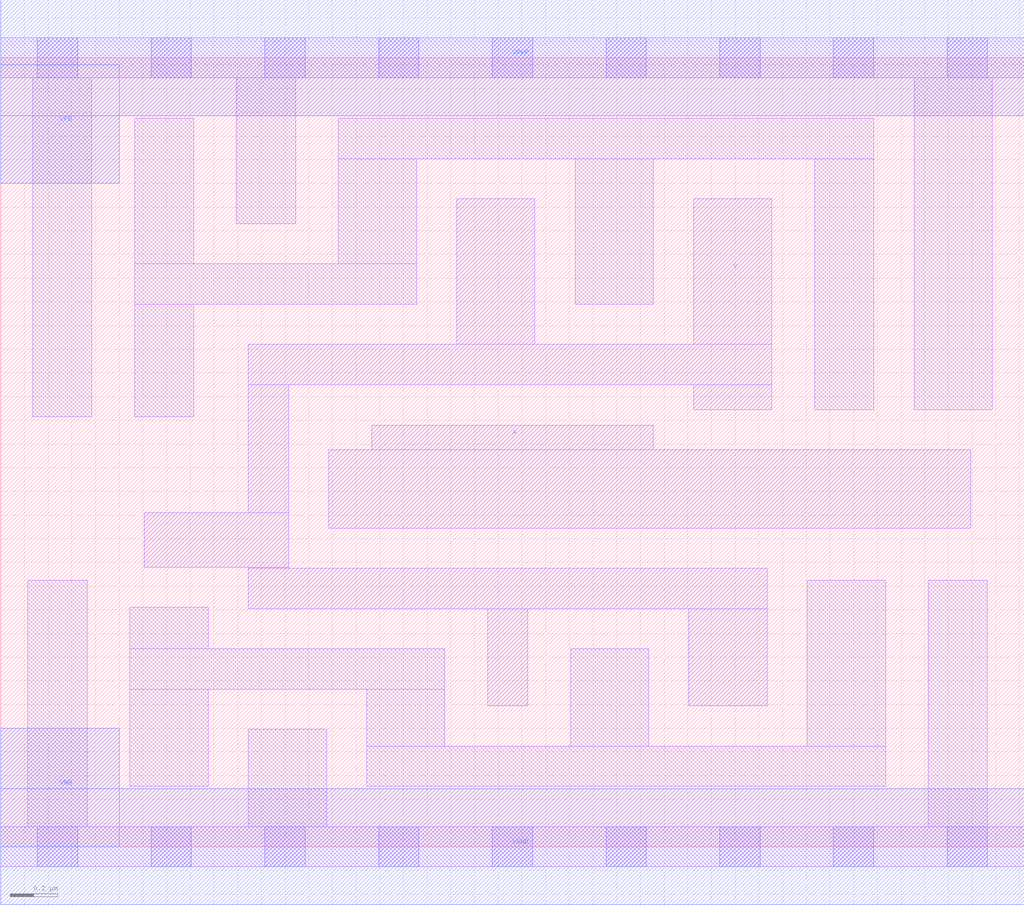
<source format=lef>
# Copyright 2020 The SkyWater PDK Authors
#
# Licensed under the Apache License, Version 2.0 (the "License");
# you may not use this file except in compliance with the License.
# You may obtain a copy of the License at
#
#     https://www.apache.org/licenses/LICENSE-2.0
#
# Unless required by applicable law or agreed to in writing, software
# distributed under the License is distributed on an "AS IS" BASIS,
# WITHOUT WARRANTIES OR CONDITIONS OF ANY KIND, either express or implied.
# See the License for the specific language governing permissions and
# limitations under the License.
#
# SPDX-License-Identifier: Apache-2.0

VERSION 5.5 ;
NAMESCASESENSITIVE ON ;
BUSBITCHARS "[]" ;
DIVIDERCHAR "/" ;
MACRO sky130_fd_sc_lp__invlp_4
  CLASS CORE ;
  SOURCE USER ;
  ORIGIN  0.000000  0.000000 ;
  SIZE  4.320000 BY  3.330000 ;
  SYMMETRY X Y R90 ;
  SITE unit ;
  PIN A
    ANTENNAGATEAREA  2.520000 ;
    DIRECTION INPUT ;
    USE SIGNAL ;
    PORT
      LAYER li1 ;
        RECT 1.385000 1.345000 4.095000 1.675000 ;
        RECT 1.565000 1.675000 2.755000 1.780000 ;
    END
  END A
  PIN Y
    ANTENNADIFFAREA  1.411200 ;
    DIRECTION OUTPUT ;
    USE SIGNAL ;
    PORT
      LAYER li1 ;
        RECT 0.605000 1.180000 1.215000 1.410000 ;
        RECT 1.045000 1.005000 3.235000 1.175000 ;
        RECT 1.045000 1.175000 1.215000 1.180000 ;
        RECT 1.045000 1.410000 1.215000 1.950000 ;
        RECT 1.045000 1.950000 3.255000 2.120000 ;
        RECT 1.925000 2.120000 2.255000 2.735000 ;
        RECT 2.055000 0.595000 2.225000 1.005000 ;
        RECT 2.905000 0.595000 3.235000 1.005000 ;
        RECT 2.925000 1.845000 3.255000 1.950000 ;
        RECT 2.925000 2.120000 3.255000 2.735000 ;
    END
  END Y
  PIN VGND
    DIRECTION INOUT ;
    USE GROUND ;
    PORT
      LAYER met1 ;
        RECT 0.000000 -0.245000 4.320000 0.245000 ;
    END
  END VGND
  PIN VNB
    DIRECTION INOUT ;
    USE GROUND ;
    PORT
      LAYER met1 ;
        RECT 0.000000 0.000000 0.500000 0.500000 ;
    END
  END VNB
  PIN VPB
    DIRECTION INOUT ;
    USE POWER ;
    PORT
      LAYER met1 ;
        RECT 0.000000 2.800000 0.500000 3.300000 ;
    END
  END VPB
  PIN VPWR
    DIRECTION INOUT ;
    USE POWER ;
    PORT
      LAYER met1 ;
        RECT 0.000000 3.085000 4.320000 3.575000 ;
    END
  END VPWR
  OBS
    LAYER li1 ;
      RECT 0.000000 -0.085000 4.320000 0.085000 ;
      RECT 0.000000  3.245000 4.320000 3.415000 ;
      RECT 0.115000  0.085000 0.365000 1.125000 ;
      RECT 0.135000  1.815000 0.385000 3.245000 ;
      RECT 0.545000  0.255000 0.875000 0.665000 ;
      RECT 0.545000  0.665000 1.875000 0.835000 ;
      RECT 0.545000  0.835000 0.875000 1.010000 ;
      RECT 0.565000  1.815000 0.815000 2.290000 ;
      RECT 0.565000  2.290000 1.755000 2.460000 ;
      RECT 0.565000  2.460000 0.815000 3.075000 ;
      RECT 0.995000  2.630000 1.245000 3.245000 ;
      RECT 1.045000  0.085000 1.375000 0.495000 ;
      RECT 1.425000  2.460000 1.755000 2.905000 ;
      RECT 1.425000  2.905000 3.685000 3.075000 ;
      RECT 1.545000  0.255000 3.735000 0.425000 ;
      RECT 1.545000  0.425000 1.875000 0.665000 ;
      RECT 2.405000  0.425000 2.735000 0.835000 ;
      RECT 2.425000  2.290000 2.755000 2.905000 ;
      RECT 3.405000  0.425000 3.735000 1.125000 ;
      RECT 3.435000  1.845000 3.685000 2.905000 ;
      RECT 3.855000  1.845000 4.185000 3.245000 ;
      RECT 3.915000  0.085000 4.165000 1.125000 ;
    LAYER mcon ;
      RECT 0.155000 -0.085000 0.325000 0.085000 ;
      RECT 0.155000  3.245000 0.325000 3.415000 ;
      RECT 0.635000 -0.085000 0.805000 0.085000 ;
      RECT 0.635000  3.245000 0.805000 3.415000 ;
      RECT 1.115000 -0.085000 1.285000 0.085000 ;
      RECT 1.115000  3.245000 1.285000 3.415000 ;
      RECT 1.595000 -0.085000 1.765000 0.085000 ;
      RECT 1.595000  3.245000 1.765000 3.415000 ;
      RECT 2.075000 -0.085000 2.245000 0.085000 ;
      RECT 2.075000  3.245000 2.245000 3.415000 ;
      RECT 2.555000 -0.085000 2.725000 0.085000 ;
      RECT 2.555000  3.245000 2.725000 3.415000 ;
      RECT 3.035000 -0.085000 3.205000 0.085000 ;
      RECT 3.035000  3.245000 3.205000 3.415000 ;
      RECT 3.515000 -0.085000 3.685000 0.085000 ;
      RECT 3.515000  3.245000 3.685000 3.415000 ;
      RECT 3.995000 -0.085000 4.165000 0.085000 ;
      RECT 3.995000  3.245000 4.165000 3.415000 ;
  END
END sky130_fd_sc_lp__invlp_4

</source>
